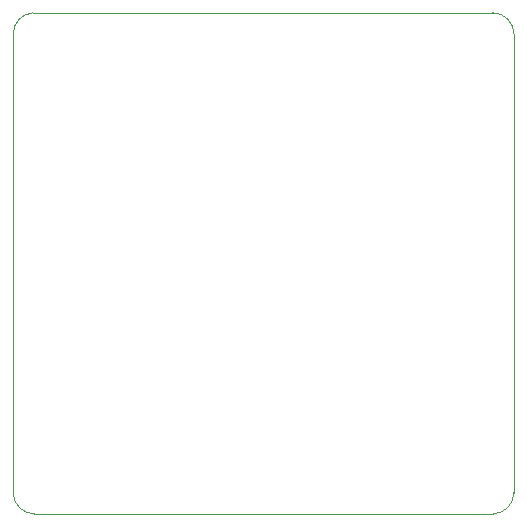
<source format=gko>
G04*
G04 #@! TF.GenerationSoftware,Altium Limited,CircuitMaker,2.0.3 (51)*
G04*
G04 Layer_Color=16720538*
%FSLAX24Y24*%
%MOIN*%
G70*
G04*
G04 #@! TF.SameCoordinates,C005A906-C81D-4AB5-B832-F2193FDFF32C*
G04*
G04*
G04 #@! TF.FilePolarity,Positive*
G04*
G01*
G75*
%ADD13C,0.0039*%
%ADD92C,0.0039*%
D13*
X9823Y10482D02*
G03*
X9825Y10473I20J0D01*
G01*
X10473Y26523D02*
G03*
X9823Y25817I59J-706D01*
G01*
X10482Y26526D02*
G03*
X10473Y26523I0J-20D01*
G01*
X26516Y25817D02*
G03*
X25807Y26526I-709J-0D01*
G01*
X25807Y9823D02*
G03*
X26516Y10532I-0J709D01*
G01*
X9825Y10473D02*
G03*
X10532Y9823I706J59D01*
G01*
X9823Y10482D02*
Y25817D01*
X10482Y26526D02*
X25807D01*
X26516Y10532D02*
Y25817D01*
X25807Y9823D02*
Y9823D01*
Y9823D02*
X25807Y9823D01*
X10532Y9823D02*
X25807D01*
D92*
X26516Y25817D02*
D03*
X25807Y9823D02*
D03*
Y9823D02*
D03*
M02*

</source>
